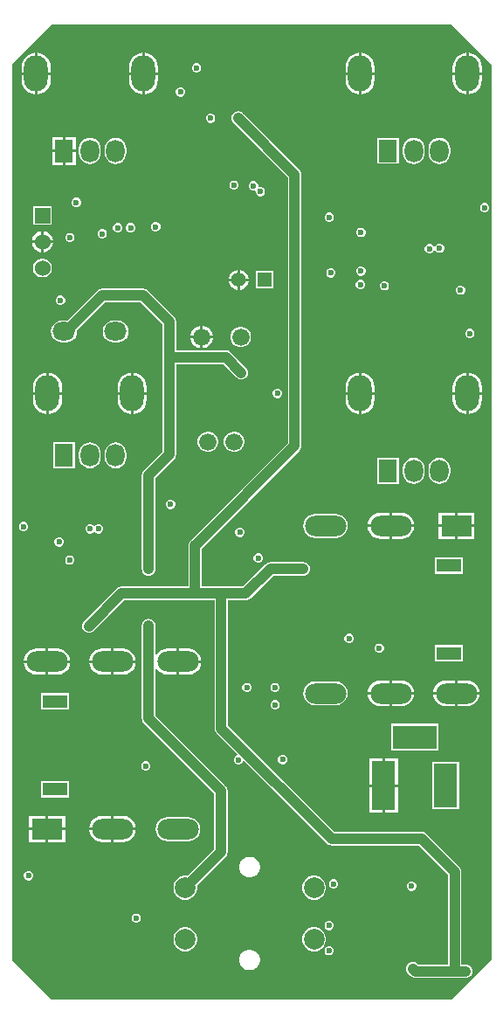
<source format=gbr>
%TF.GenerationSoftware,Altium Limited,Altium Designer,23.4.1 (23)*%
G04 Layer_Physical_Order=2*
G04 Layer_Color=36540*
%FSLAX26Y26*%
%MOIN*%
%TF.SameCoordinates,0B69EAEB-4B52-49E6-8846-B3B3CADC8916*%
%TF.FilePolarity,Positive*%
%TF.FileFunction,Copper,L2,Inr,Signal*%
%TF.Part,Single*%
G01*
G75*
%TA.AperFunction,Conductor*%
%ADD23C,0.039370*%
%TA.AperFunction,ComponentPad*%
%ADD26C,0.066000*%
%ADD27R,0.094488X0.051181*%
%ADD28O,0.157480X0.078740*%
%ADD29R,0.118110X0.078740*%
%ADD30O,0.086614X0.070866*%
%ADD31O,0.090551X0.137795*%
%ADD32O,0.070866X0.086614*%
%ADD33R,0.070866X0.086614*%
%ADD34C,0.078740*%
%ADD35R,0.055118X0.055118*%
%ADD36C,0.055118*%
%ADD37R,0.090551X0.188976*%
%ADD38R,0.169291X0.090551*%
%ADD39R,0.090551X0.169291*%
%ADD40C,0.060000*%
%ADD41R,0.060000X0.060000*%
%TA.AperFunction,ViaPad*%
%ADD42C,0.023622*%
G36*
X1800988Y3578520D02*
Y161637D01*
X1649386Y10035D01*
X122267Y10035D01*
X-29335Y161637D01*
Y3578520D01*
X122267Y3730122D01*
X1649386Y3730122D01*
X1800988Y3578520D01*
D02*
G37*
%LPC*%
G36*
X1713674Y3622035D02*
Y3548319D01*
X1764427D01*
Y3566941D01*
X1762527Y3581370D01*
X1756957Y3594817D01*
X1748097Y3606364D01*
X1736551Y3615224D01*
X1723104Y3620794D01*
X1713674Y3622035D01*
D02*
G37*
G36*
X477454Y3622035D02*
Y3548319D01*
X528206D01*
Y3566941D01*
X526307Y3581370D01*
X520737Y3594817D01*
X511877Y3606364D01*
X500330Y3615224D01*
X486884Y3620794D01*
X477454Y3622035D01*
D02*
G37*
G36*
X467454Y3622035D02*
X458024Y3620794D01*
X444577Y3615224D01*
X433031Y3606364D01*
X424171Y3594817D01*
X418601Y3581370D01*
X416701Y3566941D01*
Y3548319D01*
X467454D01*
Y3622035D01*
D02*
G37*
G36*
X1703674D02*
X1694244Y3620794D01*
X1680798Y3615224D01*
X1669251Y3606364D01*
X1660391Y3594817D01*
X1654821Y3581370D01*
X1652922Y3566941D01*
Y3548319D01*
X1703674D01*
Y3622035D01*
D02*
G37*
G36*
X1304225D02*
Y3548319D01*
X1354978D01*
Y3566941D01*
X1353078Y3581370D01*
X1347509Y3594817D01*
X1338648Y3606364D01*
X1327102Y3615224D01*
X1313655Y3620794D01*
X1304225Y3622035D01*
D02*
G37*
G36*
X1294225D02*
X1284796Y3620794D01*
X1271349Y3615224D01*
X1259802Y3606364D01*
X1250942Y3594817D01*
X1245372Y3581370D01*
X1243473Y3566941D01*
Y3548319D01*
X1294225D01*
Y3622035D01*
D02*
G37*
G36*
X68005D02*
Y3548319D01*
X118757D01*
Y3566941D01*
X116858Y3581370D01*
X111288Y3594817D01*
X102428Y3606364D01*
X90881Y3615224D01*
X77435Y3620794D01*
X68005Y3622035D01*
D02*
G37*
G36*
X58005D02*
X48575Y3620794D01*
X35129Y3615224D01*
X23582Y3606364D01*
X14722Y3594817D01*
X9152Y3581370D01*
X7252Y3566941D01*
Y3548319D01*
X58005D01*
Y3622035D01*
D02*
G37*
G36*
X678721Y3582677D02*
X671673D01*
X665161Y3579980D01*
X660178Y3574996D01*
X657480Y3568485D01*
Y3561437D01*
X660178Y3554925D01*
X665161Y3549941D01*
X671673Y3547244D01*
X678721D01*
X685232Y3549941D01*
X690216Y3554925D01*
X692913Y3561437D01*
Y3568485D01*
X690216Y3574996D01*
X685232Y3579980D01*
X678721Y3582677D01*
D02*
G37*
G36*
X467454Y3538319D02*
X416701D01*
Y3519697D01*
X418601Y3505267D01*
X424171Y3491820D01*
X433031Y3480274D01*
X444577Y3471414D01*
X458024Y3465844D01*
X467454Y3464602D01*
Y3538319D01*
D02*
G37*
G36*
X1764427D02*
X1713674D01*
Y3464602D01*
X1723104Y3465844D01*
X1736551Y3471414D01*
X1748097Y3480274D01*
X1756957Y3491820D01*
X1762527Y3505267D01*
X1764427Y3519697D01*
Y3538319D01*
D02*
G37*
G36*
X1354978Y3538319D02*
X1304225D01*
Y3464602D01*
X1313655Y3465844D01*
X1327102Y3471414D01*
X1338648Y3480274D01*
X1347509Y3491820D01*
X1353078Y3505267D01*
X1354978Y3519697D01*
Y3538319D01*
D02*
G37*
G36*
X1294225D02*
X1243473D01*
Y3519697D01*
X1245372Y3505267D01*
X1250942Y3491820D01*
X1259802Y3480274D01*
X1271349Y3471414D01*
X1284796Y3465844D01*
X1294225Y3464602D01*
Y3538319D01*
D02*
G37*
G36*
X118757D02*
X68005D01*
Y3464602D01*
X77435Y3465844D01*
X90881Y3471414D01*
X102428Y3480274D01*
X111288Y3491820D01*
X116858Y3505267D01*
X118757Y3519697D01*
Y3538319D01*
D02*
G37*
G36*
X58005D02*
X7252D01*
Y3519697D01*
X9152Y3505267D01*
X14722Y3491820D01*
X23582Y3480274D01*
X35129Y3471414D01*
X48575Y3465844D01*
X58005Y3464602D01*
Y3538319D01*
D02*
G37*
G36*
X1703674Y3538319D02*
X1652922D01*
Y3519697D01*
X1654821Y3505267D01*
X1660391Y3491820D01*
X1669251Y3480274D01*
X1680798Y3471414D01*
X1694244Y3465844D01*
X1703674Y3464602D01*
Y3538319D01*
D02*
G37*
G36*
X528206D02*
X477454D01*
Y3464602D01*
X486884Y3465844D01*
X500330Y3471414D01*
X511877Y3480274D01*
X520737Y3491820D01*
X526307Y3505267D01*
X528206Y3519697D01*
Y3538319D01*
D02*
G37*
G36*
X617697Y3490157D02*
X610649D01*
X604138Y3487460D01*
X599154Y3482477D01*
X596457Y3475965D01*
Y3468917D01*
X599154Y3462405D01*
X604138Y3457422D01*
X610649Y3454724D01*
X617697D01*
X624209Y3457422D01*
X629192Y3462405D01*
X631890Y3468917D01*
Y3475965D01*
X629192Y3482477D01*
X624209Y3487460D01*
X617697Y3490157D01*
D02*
G37*
G36*
X731870Y3390256D02*
X724822D01*
X718311Y3387559D01*
X713327Y3382575D01*
X710630Y3376063D01*
Y3369015D01*
X713327Y3362504D01*
X718311Y3357520D01*
X724822Y3354823D01*
X731870D01*
X738382Y3357520D01*
X743366Y3362504D01*
X746063Y3369015D01*
Y3376063D01*
X743366Y3382575D01*
X738382Y3387559D01*
X731870Y3390256D01*
D02*
G37*
G36*
X214737Y3301350D02*
X174304D01*
Y3253043D01*
X214737D01*
Y3301350D01*
D02*
G37*
G36*
X164304D02*
X123871D01*
Y3253043D01*
X164304D01*
Y3301350D01*
D02*
G37*
G36*
X1446863Y3297256D02*
X1364186D01*
Y3198831D01*
X1446863D01*
Y3297256D01*
D02*
G37*
G36*
X1602375Y3297612D02*
X1591584Y3296192D01*
X1581527Y3292026D01*
X1572892Y3285400D01*
X1566266Y3276765D01*
X1562101Y3266709D01*
X1560680Y3255917D01*
Y3240169D01*
X1562101Y3229378D01*
X1566266Y3219321D01*
X1572892Y3210686D01*
X1581527Y3204060D01*
X1591584Y3199894D01*
X1602375Y3198474D01*
X1613167Y3199894D01*
X1623223Y3204060D01*
X1631858Y3210686D01*
X1638484Y3219321D01*
X1642650Y3229378D01*
X1644070Y3240169D01*
Y3255917D01*
X1642650Y3266709D01*
X1638484Y3276765D01*
X1631858Y3285400D01*
X1623223Y3292026D01*
X1613167Y3296192D01*
X1602375Y3297612D01*
D02*
G37*
G36*
X1503950D02*
X1493158Y3296192D01*
X1483102Y3292026D01*
X1474467Y3285400D01*
X1467841Y3276765D01*
X1463675Y3266709D01*
X1462255Y3255917D01*
Y3240169D01*
X1463675Y3229378D01*
X1467841Y3219321D01*
X1474467Y3210686D01*
X1483102Y3204060D01*
X1493158Y3199894D01*
X1503950Y3198474D01*
X1514741Y3199894D01*
X1524797Y3204060D01*
X1533433Y3210686D01*
X1540059Y3219321D01*
X1544224Y3229378D01*
X1545645Y3240169D01*
Y3255917D01*
X1544224Y3266709D01*
X1540059Y3276765D01*
X1533433Y3285400D01*
X1524797Y3292026D01*
X1514741Y3296192D01*
X1503950Y3297612D01*
D02*
G37*
G36*
X366155D02*
X355363Y3296192D01*
X345307Y3292026D01*
X336672Y3285400D01*
X330046Y3276765D01*
X325880Y3266709D01*
X324459Y3255917D01*
Y3240169D01*
X325880Y3229378D01*
X330046Y3219321D01*
X336672Y3210686D01*
X345307Y3204060D01*
X355363Y3199894D01*
X366155Y3198474D01*
X376946Y3199894D01*
X387002Y3204060D01*
X395638Y3210686D01*
X402264Y3219321D01*
X406429Y3229378D01*
X407850Y3240169D01*
Y3255917D01*
X406429Y3266709D01*
X402264Y3276765D01*
X395638Y3285400D01*
X387002Y3292026D01*
X376946Y3296192D01*
X366155Y3297612D01*
D02*
G37*
G36*
X267729D02*
X256938Y3296192D01*
X246882Y3292026D01*
X238246Y3285400D01*
X231620Y3276765D01*
X227455Y3266709D01*
X226034Y3255917D01*
Y3240169D01*
X227455Y3229378D01*
X231620Y3219321D01*
X238246Y3210686D01*
X246882Y3204060D01*
X256938Y3199894D01*
X267729Y3198474D01*
X278521Y3199894D01*
X288577Y3204060D01*
X297212Y3210686D01*
X303839Y3219321D01*
X308004Y3229378D01*
X309425Y3240169D01*
Y3255917D01*
X308004Y3266709D01*
X303839Y3276765D01*
X297212Y3285400D01*
X288577Y3292026D01*
X278521Y3296192D01*
X267729Y3297612D01*
D02*
G37*
G36*
X214737Y3243043D02*
X174304D01*
Y3194736D01*
X214737D01*
Y3243043D01*
D02*
G37*
G36*
X164304D02*
X123871D01*
Y3194736D01*
X164304D01*
Y3243043D01*
D02*
G37*
G36*
X821437Y3134843D02*
X814389D01*
X807878Y3132145D01*
X802894Y3127162D01*
X800197Y3120650D01*
Y3113602D01*
X802894Y3107090D01*
X807878Y3102107D01*
X814389Y3099410D01*
X821437D01*
X827949Y3102107D01*
X832933Y3107090D01*
X835630Y3113602D01*
Y3120650D01*
X832933Y3127162D01*
X827949Y3132145D01*
X821437Y3134843D01*
D02*
G37*
G36*
X896240Y3132874D02*
X889192D01*
X882681Y3130177D01*
X877697Y3125193D01*
X875000Y3118682D01*
Y3111633D01*
X877697Y3105122D01*
X882681Y3100138D01*
X889192Y3097441D01*
X895971D01*
X896395Y3097313D01*
X900591Y3093831D01*
Y3088996D01*
X903288Y3082484D01*
X908271Y3077500D01*
X914783Y3074803D01*
X921831D01*
X928343Y3077500D01*
X933326Y3082484D01*
X936024Y3088996D01*
Y3096044D01*
X933326Y3102555D01*
X928343Y3107539D01*
X921831Y3110236D01*
X915052D01*
X914629Y3110364D01*
X910433Y3113846D01*
Y3118682D01*
X907736Y3125193D01*
X902752Y3130177D01*
X896240Y3132874D01*
D02*
G37*
G36*
X220059Y3068898D02*
X213011D01*
X206500Y3066200D01*
X201516Y3061217D01*
X198819Y3054705D01*
Y3047657D01*
X201516Y3041146D01*
X206500Y3036162D01*
X213011Y3033465D01*
X220059D01*
X226571Y3036162D01*
X231555Y3041146D01*
X234252Y3047657D01*
Y3054705D01*
X231555Y3061217D01*
X226571Y3066200D01*
X220059Y3068898D01*
D02*
G37*
G36*
X1778130Y3049213D02*
X1771082D01*
X1764571Y3046515D01*
X1759587Y3041532D01*
X1756890Y3035020D01*
Y3027972D01*
X1759587Y3021461D01*
X1764571Y3016477D01*
X1771082Y3013780D01*
X1778130D01*
X1784642Y3016477D01*
X1789626Y3021461D01*
X1792323Y3027972D01*
Y3035020D01*
X1789626Y3041532D01*
X1784642Y3046515D01*
X1778130Y3049213D01*
D02*
G37*
G36*
X1185611Y3012795D02*
X1178563D01*
X1172051Y3010098D01*
X1167067Y3005114D01*
X1164370Y2998603D01*
Y2991555D01*
X1167067Y2985043D01*
X1172051Y2980059D01*
X1178563Y2977362D01*
X1185611D01*
X1192122Y2980059D01*
X1197106Y2985043D01*
X1199803Y2991555D01*
Y2998603D01*
X1197106Y3005114D01*
X1192122Y3010098D01*
X1185611Y3012795D01*
D02*
G37*
G36*
X122520Y3037480D02*
X50709D01*
Y2965669D01*
X122520D01*
Y3037480D01*
D02*
G37*
G36*
X523209Y2976378D02*
X516161D01*
X509649Y2973681D01*
X504666Y2968697D01*
X501969Y2962185D01*
Y2955137D01*
X504666Y2948626D01*
X509649Y2943642D01*
X516161Y2940945D01*
X523209D01*
X529721Y2943642D01*
X534704Y2948626D01*
X537402Y2955137D01*
Y2962185D01*
X534704Y2968697D01*
X529721Y2973681D01*
X523209Y2976378D01*
D02*
G37*
G36*
X426752Y2972965D02*
X419704D01*
X413193Y2970267D01*
X408209Y2965284D01*
X405512Y2958772D01*
Y2951724D01*
X408209Y2945212D01*
X413193Y2940229D01*
X419704Y2937532D01*
X426752D01*
X433264Y2940229D01*
X438248Y2945212D01*
X440945Y2951724D01*
Y2958772D01*
X438248Y2965284D01*
X433264Y2970267D01*
X426752Y2972965D01*
D02*
G37*
G36*
X377182D02*
X370134D01*
X363622Y2970267D01*
X358639Y2965284D01*
X355942Y2958772D01*
Y2951724D01*
X358639Y2945212D01*
X363622Y2940229D01*
X370134Y2937532D01*
X377182D01*
X383694Y2940229D01*
X388677Y2945212D01*
X391375Y2951724D01*
Y2958772D01*
X388677Y2965284D01*
X383694Y2970267D01*
X377182Y2972965D01*
D02*
G37*
G36*
X1305689Y2954724D02*
X1298641D01*
X1292130Y2952027D01*
X1287146Y2947044D01*
X1284449Y2940532D01*
Y2933484D01*
X1287146Y2926972D01*
X1292130Y2921989D01*
X1298641Y2919291D01*
X1305689D01*
X1312201Y2921989D01*
X1317185Y2926972D01*
X1319882Y2933484D01*
Y2940532D01*
X1317185Y2947044D01*
X1312201Y2952027D01*
X1305689Y2954724D01*
D02*
G37*
G36*
X318485Y2949692D02*
X311437D01*
X304925Y2946994D01*
X299941Y2942011D01*
X297244Y2935499D01*
Y2928451D01*
X299941Y2921939D01*
X304925Y2916956D01*
X311437Y2914259D01*
X318485D01*
X324996Y2916956D01*
X329980Y2921939D01*
X332677Y2928451D01*
Y2935499D01*
X329980Y2942011D01*
X324996Y2946994D01*
X318485Y2949692D01*
D02*
G37*
G36*
X91880Y2941575D02*
X91614D01*
Y2906575D01*
X126614D01*
Y2906841D01*
X123888Y2917014D01*
X118622Y2926135D01*
X111175Y2933583D01*
X102054Y2938849D01*
X91880Y2941575D01*
D02*
G37*
G36*
X81614D02*
X81348D01*
X71175Y2938849D01*
X62054Y2933583D01*
X54606Y2926135D01*
X49340Y2917014D01*
X46614Y2906841D01*
Y2906575D01*
X81614D01*
Y2941575D01*
D02*
G37*
G36*
X195453Y2935039D02*
X188405D01*
X181893Y2932342D01*
X176910Y2927358D01*
X174213Y2920847D01*
Y2913799D01*
X176910Y2907287D01*
X181893Y2902303D01*
X188405Y2899606D01*
X195453D01*
X201965Y2902303D01*
X206948Y2907287D01*
X209646Y2913799D01*
Y2920847D01*
X206948Y2927358D01*
X201965Y2932342D01*
X195453Y2935039D01*
D02*
G37*
G36*
X1605886Y2894685D02*
X1598838D01*
X1592327Y2891988D01*
X1587343Y2887004D01*
X1585468Y2882477D01*
X1580056D01*
X1578996Y2885036D01*
X1574012Y2890019D01*
X1567500Y2892716D01*
X1560452D01*
X1553941Y2890019D01*
X1548957Y2885036D01*
X1546260Y2878524D01*
Y2871476D01*
X1548957Y2864964D01*
X1553941Y2859981D01*
X1560452Y2857284D01*
X1567500D01*
X1574012Y2859981D01*
X1578996Y2864964D01*
X1580871Y2869492D01*
X1586283D01*
X1587343Y2866933D01*
X1592327Y2861949D01*
X1598838Y2859252D01*
X1605886D01*
X1612398Y2861949D01*
X1617381Y2866933D01*
X1620079Y2873445D01*
Y2880492D01*
X1617381Y2887004D01*
X1612398Y2891988D01*
X1605886Y2894685D01*
D02*
G37*
G36*
X126614Y2896575D02*
X91614D01*
Y2861575D01*
X91880D01*
X102054Y2864301D01*
X111175Y2869567D01*
X118622Y2877014D01*
X123888Y2886135D01*
X126614Y2896309D01*
Y2896575D01*
D02*
G37*
G36*
X81614D02*
X46614D01*
Y2896309D01*
X49340Y2886135D01*
X54606Y2877014D01*
X62054Y2869567D01*
X71175Y2864301D01*
X81348Y2861575D01*
X81614D01*
Y2896575D01*
D02*
G37*
G36*
X1306181Y2806947D02*
X1299133D01*
X1292622Y2804250D01*
X1287638Y2799266D01*
X1284941Y2792754D01*
Y2785706D01*
X1287638Y2779195D01*
X1292622Y2774211D01*
X1299133Y2771514D01*
X1306181D01*
X1312693Y2774211D01*
X1317677Y2779195D01*
X1320374Y2785706D01*
Y2792754D01*
X1317677Y2799266D01*
X1312693Y2804250D01*
X1306181Y2806947D01*
D02*
G37*
G36*
X91341Y2837480D02*
X81887D01*
X72755Y2835033D01*
X64568Y2830306D01*
X57883Y2823621D01*
X53156Y2815434D01*
X50709Y2806302D01*
Y2796848D01*
X53156Y2787716D01*
X57883Y2779528D01*
X64568Y2772843D01*
X72755Y2768116D01*
X81887Y2765669D01*
X91341D01*
X100473Y2768116D01*
X108661Y2772843D01*
X115346Y2779528D01*
X120073Y2787716D01*
X122520Y2796848D01*
Y2806302D01*
X120073Y2815434D01*
X115346Y2823621D01*
X108661Y2830306D01*
X100473Y2835033D01*
X91341Y2837480D01*
D02*
G37*
G36*
X1191516Y2800197D02*
X1184468D01*
X1177957Y2797500D01*
X1172973Y2792516D01*
X1170276Y2786004D01*
Y2778956D01*
X1172973Y2772445D01*
X1177957Y2767461D01*
X1184468Y2764764D01*
X1191516D01*
X1198028Y2767461D01*
X1203011Y2772445D01*
X1205709Y2778956D01*
Y2786004D01*
X1203011Y2792516D01*
X1198028Y2797500D01*
X1191516Y2800197D01*
D02*
G37*
G36*
X840827Y2793450D02*
Y2760905D01*
X873371D01*
X870826Y2770403D01*
X865881Y2778967D01*
X858889Y2785960D01*
X850324Y2790905D01*
X840827Y2793450D01*
D02*
G37*
G36*
X830827D02*
X821330Y2790905D01*
X812765Y2785960D01*
X805772Y2778967D01*
X800827Y2770403D01*
X798283Y2760905D01*
X830827D01*
Y2793450D01*
D02*
G37*
G36*
X969291Y2789370D02*
X902362D01*
Y2722441D01*
X969291D01*
Y2789370D01*
D02*
G37*
G36*
X1303721Y2755905D02*
X1296673D01*
X1290161Y2753208D01*
X1285178Y2748225D01*
X1282480Y2741713D01*
Y2734665D01*
X1285178Y2728153D01*
X1290161Y2723170D01*
X1296673Y2720472D01*
X1303721D01*
X1310233Y2723170D01*
X1315216Y2728153D01*
X1317913Y2734665D01*
Y2741713D01*
X1315216Y2748225D01*
X1310233Y2753208D01*
X1303721Y2755905D01*
D02*
G37*
G36*
X873371Y2750905D02*
X840827D01*
Y2718361D01*
X850324Y2720906D01*
X858889Y2725851D01*
X865881Y2732844D01*
X870826Y2741408D01*
X873371Y2750905D01*
D02*
G37*
G36*
X830827D02*
X798283D01*
X800827Y2741408D01*
X805772Y2732844D01*
X812765Y2725851D01*
X821330Y2720906D01*
X830827Y2718361D01*
Y2750905D01*
D02*
G37*
G36*
X1395256Y2750984D02*
X1388208D01*
X1381697Y2748287D01*
X1376713Y2743303D01*
X1374016Y2736792D01*
Y2729744D01*
X1376713Y2723232D01*
X1381697Y2718248D01*
X1388208Y2715551D01*
X1395256D01*
X1401768Y2718248D01*
X1406752Y2723232D01*
X1409449Y2729744D01*
Y2736792D01*
X1406752Y2743303D01*
X1401768Y2748287D01*
X1395256Y2750984D01*
D02*
G37*
G36*
X1686595Y2734252D02*
X1679547D01*
X1673035Y2731555D01*
X1668052Y2726571D01*
X1665354Y2720059D01*
Y2713011D01*
X1668052Y2706500D01*
X1673035Y2701516D01*
X1679547Y2698819D01*
X1686595D01*
X1693107Y2701516D01*
X1698090Y2706500D01*
X1700787Y2713011D01*
Y2720059D01*
X1698090Y2726571D01*
X1693107Y2731555D01*
X1686595Y2734252D01*
D02*
G37*
G36*
X159033Y2695863D02*
X151985D01*
X145474Y2693166D01*
X140490Y2688183D01*
X137793Y2681671D01*
Y2674623D01*
X140490Y2668111D01*
X145474Y2663128D01*
X151985Y2660430D01*
X159033D01*
X165545Y2663128D01*
X170529Y2668111D01*
X173226Y2674623D01*
Y2681671D01*
X170529Y2688183D01*
X165545Y2693166D01*
X159033Y2695863D01*
D02*
G37*
G36*
X699362Y2581583D02*
X698701D01*
Y2543583D01*
X736701D01*
Y2544244D01*
X733770Y2555180D01*
X728109Y2564985D01*
X720103Y2572991D01*
X710298Y2578652D01*
X699362Y2581583D01*
D02*
G37*
G36*
X688701D02*
X688040D01*
X677103Y2578652D01*
X667298Y2572991D01*
X659292Y2564985D01*
X653631Y2555180D01*
X650701Y2544244D01*
Y2543583D01*
X688701D01*
Y2581583D01*
D02*
G37*
G36*
X1722028Y2568898D02*
X1714980D01*
X1708468Y2566200D01*
X1703485Y2561217D01*
X1700787Y2554705D01*
Y2547657D01*
X1703485Y2541146D01*
X1708468Y2536162D01*
X1714980Y2533465D01*
X1722028D01*
X1728540Y2536162D01*
X1733523Y2541146D01*
X1736220Y2547657D01*
Y2554705D01*
X1733523Y2561217D01*
X1728540Y2566200D01*
X1722028Y2568898D01*
D02*
G37*
G36*
X374016Y2600750D02*
X358268D01*
X347476Y2599330D01*
X337420Y2595164D01*
X328785Y2588538D01*
X322159Y2579903D01*
X317993Y2569847D01*
X316572Y2559055D01*
X317993Y2548264D01*
X322159Y2538207D01*
X328785Y2529572D01*
X337420Y2522946D01*
X347476Y2518781D01*
X358268Y2517360D01*
X374016D01*
X384807Y2518781D01*
X394863Y2522946D01*
X403499Y2529572D01*
X410125Y2538207D01*
X414290Y2548264D01*
X415711Y2559055D01*
X414290Y2569847D01*
X410125Y2579903D01*
X403499Y2588538D01*
X394863Y2595164D01*
X384807Y2599330D01*
X374016Y2600750D01*
D02*
G37*
G36*
X848823Y2577488D02*
X838579D01*
X828684Y2574837D01*
X819812Y2569715D01*
X812569Y2562471D01*
X807447Y2553600D01*
X804795Y2543705D01*
Y2533461D01*
X807447Y2523566D01*
X812569Y2514694D01*
X819812Y2507451D01*
X828684Y2502329D01*
X838579Y2499677D01*
X848823D01*
X858718Y2502329D01*
X867589Y2507451D01*
X874833Y2514694D01*
X879955Y2523566D01*
X882606Y2533461D01*
Y2543705D01*
X879955Y2553600D01*
X874833Y2562471D01*
X867589Y2569715D01*
X858718Y2574837D01*
X848823Y2577488D01*
D02*
G37*
G36*
X736701Y2533583D02*
X698701D01*
Y2495583D01*
X699362D01*
X710298Y2498513D01*
X720103Y2504174D01*
X728109Y2512180D01*
X733770Y2521985D01*
X736701Y2532922D01*
Y2533583D01*
D02*
G37*
G36*
X688701D02*
X650701D01*
Y2532922D01*
X653631Y2521985D01*
X659292Y2512180D01*
X667298Y2504174D01*
X677103Y2498513D01*
X688040Y2495583D01*
X688701D01*
Y2533583D01*
D02*
G37*
G36*
X472441Y2722662D02*
X314961D01*
X308280Y2721782D01*
X302055Y2719204D01*
X296709Y2715102D01*
X181754Y2600146D01*
X177165Y2600750D01*
X161417D01*
X150626Y2599330D01*
X140570Y2595164D01*
X131934Y2588538D01*
X125308Y2579903D01*
X121143Y2569847D01*
X119722Y2559055D01*
X121143Y2548264D01*
X125308Y2538207D01*
X131934Y2529572D01*
X140570Y2522946D01*
X150626Y2518781D01*
X161417Y2517360D01*
X177165D01*
X187957Y2518781D01*
X198013Y2522946D01*
X206648Y2529572D01*
X213274Y2538207D01*
X217440Y2548264D01*
X218861Y2559055D01*
X218256Y2563644D01*
X325652Y2671039D01*
X461750D01*
X545055Y2587734D01*
Y2460630D01*
Y2100177D01*
X473875Y2028997D01*
X469773Y2023651D01*
X467194Y2017426D01*
X466315Y2010746D01*
Y1653543D01*
X467194Y1646863D01*
X469773Y1640638D01*
X473875Y1635292D01*
X479220Y1631190D01*
X485445Y1628611D01*
X492126Y1627732D01*
X498807Y1628611D01*
X505032Y1631190D01*
X510377Y1635292D01*
X514479Y1640638D01*
X517058Y1646863D01*
X517937Y1653543D01*
Y2000054D01*
X589117Y2071234D01*
X593219Y2076580D01*
X595798Y2082805D01*
X596677Y2089486D01*
Y2434819D01*
X776710D01*
X828205Y2383323D01*
X833551Y2379222D01*
X839776Y2376643D01*
X846457Y2375764D01*
X853137Y2376643D01*
X859362Y2379222D01*
X864708Y2383323D01*
X868810Y2388669D01*
X871389Y2394894D01*
X872268Y2401575D01*
X871389Y2408255D01*
X868810Y2414480D01*
X864708Y2419826D01*
X805653Y2478881D01*
X800307Y2482983D01*
X794082Y2485562D01*
X787402Y2486441D01*
X596677D01*
Y2598425D01*
X595798Y2605106D01*
X593219Y2611331D01*
X589117Y2616677D01*
X490692Y2715102D01*
X485347Y2719204D01*
X479122Y2721782D01*
X472441Y2722662D01*
D02*
G37*
G36*
X434134Y2401562D02*
Y2327847D01*
X484886D01*
Y2346468D01*
X482987Y2360898D01*
X477417Y2374345D01*
X468557Y2385891D01*
X457010Y2394751D01*
X443564Y2400321D01*
X434134Y2401562D01*
D02*
G37*
G36*
X1713674D02*
Y2327847D01*
X1764427D01*
Y2346468D01*
X1762527Y2360898D01*
X1756957Y2374345D01*
X1748097Y2385891D01*
X1736551Y2394751D01*
X1723104Y2400321D01*
X1713674Y2401562D01*
D02*
G37*
G36*
X424134D02*
X414704Y2400321D01*
X401257Y2394751D01*
X389711Y2385891D01*
X380851Y2374345D01*
X375281Y2360898D01*
X373381Y2346468D01*
Y2327847D01*
X424134D01*
Y2401562D01*
D02*
G37*
G36*
X1703674D02*
X1694244Y2400321D01*
X1680798Y2394751D01*
X1669251Y2385891D01*
X1660391Y2374345D01*
X1654821Y2360898D01*
X1652922Y2346468D01*
Y2327847D01*
X1703674D01*
Y2401562D01*
D02*
G37*
G36*
X1304225D02*
Y2327846D01*
X1354978D01*
Y2346468D01*
X1353078Y2360898D01*
X1347509Y2374345D01*
X1338648Y2385891D01*
X1327102Y2394751D01*
X1313655Y2400321D01*
X1304225Y2401562D01*
D02*
G37*
G36*
X1294225D02*
X1284796Y2400321D01*
X1271349Y2394751D01*
X1259802Y2385891D01*
X1250942Y2374345D01*
X1245372Y2360898D01*
X1243473Y2346468D01*
Y2327846D01*
X1294225D01*
Y2401562D01*
D02*
G37*
G36*
X111299D02*
Y2327846D01*
X162052D01*
Y2346468D01*
X160152Y2360898D01*
X154582Y2374345D01*
X145722Y2385891D01*
X134175Y2394751D01*
X120729Y2400321D01*
X111299Y2401562D01*
D02*
G37*
G36*
X101299D02*
X91869Y2400321D01*
X78423Y2394751D01*
X66876Y2385891D01*
X58016Y2374345D01*
X52446Y2360898D01*
X50547Y2346468D01*
Y2327846D01*
X101299D01*
Y2401562D01*
D02*
G37*
G36*
X987776Y2340551D02*
X980728D01*
X974216Y2337854D01*
X969233Y2332870D01*
X966535Y2326359D01*
Y2319311D01*
X969233Y2312799D01*
X974216Y2307815D01*
X980728Y2305118D01*
X987776D01*
X994288Y2307815D01*
X999271Y2312799D01*
X1001968Y2319311D01*
Y2326359D01*
X999271Y2332870D01*
X994288Y2337854D01*
X987776Y2340551D01*
D02*
G37*
G36*
X1764427Y2317847D02*
X1713674D01*
Y2244130D01*
X1723104Y2245371D01*
X1736551Y2250941D01*
X1748097Y2259801D01*
X1756957Y2271348D01*
X1762527Y2284794D01*
X1764427Y2299224D01*
Y2317847D01*
D02*
G37*
G36*
X484886D02*
X434134D01*
Y2244130D01*
X443564Y2245371D01*
X457010Y2250941D01*
X468557Y2259801D01*
X477417Y2271348D01*
X482987Y2284794D01*
X484886Y2299224D01*
Y2317847D01*
D02*
G37*
G36*
X1354978Y2317846D02*
X1304225D01*
Y2244130D01*
X1313655Y2245371D01*
X1327102Y2250941D01*
X1338648Y2259801D01*
X1347509Y2271348D01*
X1353078Y2284794D01*
X1354978Y2299224D01*
Y2317846D01*
D02*
G37*
G36*
X1294225D02*
X1243473D01*
Y2299224D01*
X1245372Y2284794D01*
X1250942Y2271348D01*
X1259802Y2259801D01*
X1271349Y2250941D01*
X1284796Y2245371D01*
X1294225Y2244130D01*
Y2317846D01*
D02*
G37*
G36*
X162052D02*
X111299D01*
Y2244130D01*
X120729Y2245371D01*
X134175Y2250941D01*
X145722Y2259801D01*
X154582Y2271348D01*
X160152Y2284794D01*
X162052Y2299224D01*
Y2317846D01*
D02*
G37*
G36*
X101299D02*
X50547D01*
Y2299224D01*
X52446Y2284794D01*
X58016Y2271348D01*
X66876Y2259801D01*
X78423Y2250941D01*
X91869Y2245371D01*
X101299Y2244130D01*
Y2317846D01*
D02*
G37*
G36*
X1703674Y2317847D02*
X1652922D01*
Y2299224D01*
X1654821Y2284794D01*
X1660391Y2271348D01*
X1669251Y2259801D01*
X1680798Y2250941D01*
X1694244Y2245371D01*
X1703674Y2244130D01*
Y2317847D01*
D02*
G37*
G36*
X424134D02*
X373381D01*
Y2299224D01*
X375281Y2284794D01*
X380851Y2271348D01*
X389711Y2259801D01*
X401257Y2250941D01*
X414704Y2245371D01*
X424134Y2244130D01*
Y2317847D01*
D02*
G37*
G36*
X823823Y2177488D02*
X813579D01*
X803684Y2174837D01*
X794812Y2169715D01*
X787569Y2162471D01*
X782447Y2153600D01*
X779795Y2143705D01*
Y2133461D01*
X782447Y2123566D01*
X787569Y2114694D01*
X794812Y2107451D01*
X803684Y2102329D01*
X813579Y2099677D01*
X823823D01*
X833718Y2102329D01*
X842589Y2107451D01*
X849833Y2114694D01*
X854955Y2123566D01*
X857606Y2133461D01*
Y2143705D01*
X854955Y2153600D01*
X849833Y2162471D01*
X842589Y2169715D01*
X833718Y2174837D01*
X823823Y2177488D01*
D02*
G37*
G36*
X723823D02*
X713579D01*
X703684Y2174837D01*
X694812Y2169715D01*
X687569Y2162471D01*
X682447Y2153600D01*
X679795Y2143705D01*
Y2133461D01*
X682447Y2123566D01*
X687569Y2114694D01*
X694812Y2107451D01*
X703684Y2102329D01*
X713579Y2099677D01*
X723823D01*
X733718Y2102329D01*
X742589Y2107451D01*
X749833Y2114694D01*
X754955Y2123566D01*
X757606Y2133461D01*
Y2143705D01*
X754955Y2153600D01*
X749833Y2162471D01*
X742589Y2169715D01*
X733718Y2174837D01*
X723823Y2177488D01*
D02*
G37*
G36*
X210643Y2135827D02*
X127966D01*
Y2037401D01*
X210643D01*
Y2135827D01*
D02*
G37*
G36*
X366155Y2136183D02*
X355363Y2134763D01*
X345307Y2130597D01*
X336672Y2123971D01*
X330046Y2115336D01*
X325880Y2105280D01*
X324459Y2094488D01*
Y2078740D01*
X325880Y2067948D01*
X330046Y2057892D01*
X336672Y2049257D01*
X345307Y2042631D01*
X355363Y2038466D01*
X366155Y2037045D01*
X376946Y2038466D01*
X387002Y2042631D01*
X395638Y2049257D01*
X402264Y2057892D01*
X406429Y2067948D01*
X407850Y2078740D01*
Y2094488D01*
X406429Y2105280D01*
X402264Y2115336D01*
X395638Y2123971D01*
X387002Y2130597D01*
X376946Y2134763D01*
X366155Y2136183D01*
D02*
G37*
G36*
X267716D02*
X256925Y2134763D01*
X246869Y2130597D01*
X238233Y2123971D01*
X231607Y2115336D01*
X227442Y2105280D01*
X226021Y2094488D01*
Y2078740D01*
X227442Y2067948D01*
X231607Y2057892D01*
X238233Y2049257D01*
X246869Y2042631D01*
X256925Y2038466D01*
X267716Y2037045D01*
X278508Y2038466D01*
X288564Y2042631D01*
X297200Y2049257D01*
X303826Y2057892D01*
X307991Y2067948D01*
X309412Y2078740D01*
Y2094488D01*
X307991Y2105280D01*
X303826Y2115336D01*
X297200Y2123971D01*
X288564Y2130597D01*
X278508Y2134763D01*
X267716Y2136183D01*
D02*
G37*
G36*
X1446863Y2076783D02*
X1364186D01*
Y1978358D01*
X1446863D01*
Y2076783D01*
D02*
G37*
G36*
X1602375Y2077140D02*
X1591584Y2075719D01*
X1581527Y2071554D01*
X1572892Y2064928D01*
X1566266Y2056292D01*
X1562101Y2046236D01*
X1560680Y2035445D01*
Y2019697D01*
X1562101Y2008905D01*
X1566266Y1998849D01*
X1572892Y1990214D01*
X1581527Y1983587D01*
X1591584Y1979422D01*
X1602375Y1978001D01*
X1613167Y1979422D01*
X1623223Y1983587D01*
X1631858Y1990214D01*
X1638484Y1998849D01*
X1642650Y2008905D01*
X1644070Y2019697D01*
Y2035445D01*
X1642650Y2046236D01*
X1638484Y2056292D01*
X1631858Y2064928D01*
X1623223Y2071554D01*
X1613167Y2075719D01*
X1602375Y2077140D01*
D02*
G37*
G36*
X1503950D02*
X1493158Y2075719D01*
X1483102Y2071554D01*
X1474467Y2064928D01*
X1467841Y2056292D01*
X1463675Y2046236D01*
X1462255Y2035445D01*
Y2019697D01*
X1463675Y2008905D01*
X1467841Y1998849D01*
X1474467Y1990214D01*
X1483102Y1983587D01*
X1493158Y1979422D01*
X1503950Y1978001D01*
X1514741Y1979422D01*
X1524797Y1983587D01*
X1533433Y1990214D01*
X1540059Y1998849D01*
X1544224Y2008905D01*
X1545645Y2019697D01*
Y2035445D01*
X1544224Y2046236D01*
X1540059Y2056292D01*
X1533433Y2064928D01*
X1524797Y2071554D01*
X1514741Y2075719D01*
X1503950Y2077140D01*
D02*
G37*
G36*
X579311Y1917323D02*
X572263D01*
X565752Y1914626D01*
X560768Y1909642D01*
X558071Y1903130D01*
Y1896082D01*
X560768Y1889571D01*
X565752Y1884587D01*
X572263Y1881890D01*
X579311D01*
X585823Y1884587D01*
X590807Y1889571D01*
X593504Y1896082D01*
Y1903130D01*
X590807Y1909642D01*
X585823Y1914626D01*
X579311Y1917323D01*
D02*
G37*
G36*
X1736378Y1866890D02*
X1672323D01*
Y1822520D01*
X1736378D01*
Y1866890D01*
D02*
G37*
G36*
X1662323D02*
X1598268D01*
Y1822520D01*
X1662323D01*
Y1866890D01*
D02*
G37*
G36*
X1456693Y1867316D02*
X1422323D01*
Y1822520D01*
X1505831D01*
X1504792Y1830408D01*
X1499818Y1842418D01*
X1491904Y1852731D01*
X1481591Y1860644D01*
X1469581Y1865619D01*
X1456693Y1867316D01*
D02*
G37*
G36*
X1412323D02*
X1377953D01*
X1365065Y1865619D01*
X1353055Y1860644D01*
X1342742Y1852731D01*
X1334828Y1842418D01*
X1329854Y1830408D01*
X1328815Y1822520D01*
X1412323D01*
Y1867316D01*
D02*
G37*
G36*
X303980Y1824078D02*
X296932D01*
X290421Y1821381D01*
X288207Y1819168D01*
X285203Y1816569D01*
X281675Y1819168D01*
X279721Y1821122D01*
X273209Y1823819D01*
X266161D01*
X259649Y1821122D01*
X254666Y1816138D01*
X251969Y1809626D01*
Y1802578D01*
X254666Y1796067D01*
X259649Y1791083D01*
X266161Y1788386D01*
X273209D01*
X279721Y1791083D01*
X281934Y1793296D01*
X284938Y1795895D01*
X288467Y1793296D01*
X290421Y1791342D01*
X296932Y1788645D01*
X303980D01*
X310492Y1791342D01*
X315475Y1796326D01*
X318173Y1802838D01*
Y1809886D01*
X315475Y1816397D01*
X310492Y1821381D01*
X303980Y1824078D01*
D02*
G37*
G36*
X18288Y1832677D02*
X11240D01*
X4728Y1829980D01*
X-256Y1824996D01*
X-2953Y1818485D01*
Y1811437D01*
X-256Y1804925D01*
X4728Y1799941D01*
X11240Y1797244D01*
X18288D01*
X24799Y1799941D01*
X29783Y1804925D01*
X32480Y1811437D01*
Y1818485D01*
X29783Y1824996D01*
X24799Y1829980D01*
X18288Y1832677D01*
D02*
G37*
G36*
X844075Y1810039D02*
X837027D01*
X830516Y1807342D01*
X825532Y1802358D01*
X822835Y1795847D01*
Y1788799D01*
X825532Y1782287D01*
X830516Y1777303D01*
X837027Y1774606D01*
X844075D01*
X850587Y1777303D01*
X855571Y1782287D01*
X858268Y1788799D01*
Y1795847D01*
X855571Y1802358D01*
X850587Y1807342D01*
X844075Y1810039D01*
D02*
G37*
G36*
X1206693Y1863186D02*
X1127953D01*
X1116134Y1861630D01*
X1105120Y1857068D01*
X1095662Y1849811D01*
X1088405Y1840353D01*
X1083843Y1829339D01*
X1082287Y1817520D01*
X1083843Y1805700D01*
X1088405Y1794687D01*
X1095662Y1785229D01*
X1105120Y1777972D01*
X1116134Y1773409D01*
X1127953Y1771853D01*
X1206693D01*
X1218512Y1773409D01*
X1229526Y1777972D01*
X1238984Y1785229D01*
X1246241Y1794687D01*
X1250803Y1805700D01*
X1252359Y1817520D01*
X1250803Y1829339D01*
X1246241Y1840353D01*
X1238984Y1849811D01*
X1229526Y1857068D01*
X1218512Y1861630D01*
X1206693Y1863186D01*
D02*
G37*
G36*
X1736378Y1812520D02*
X1672323D01*
Y1768150D01*
X1736378D01*
Y1812520D01*
D02*
G37*
G36*
X1662323D02*
X1598268D01*
Y1768150D01*
X1662323D01*
Y1812520D01*
D02*
G37*
G36*
X1505831D02*
X1422323D01*
Y1767724D01*
X1456693D01*
X1469581Y1769420D01*
X1481591Y1774395D01*
X1491904Y1782309D01*
X1499818Y1792622D01*
X1504792Y1804631D01*
X1505831Y1812520D01*
D02*
G37*
G36*
X1412323D02*
X1328815D01*
X1329854Y1804631D01*
X1334828Y1792622D01*
X1342742Y1782309D01*
X1353055Y1774395D01*
X1365065Y1769420D01*
X1377953Y1767724D01*
X1412323D01*
Y1812520D01*
D02*
G37*
G36*
X154115Y1773622D02*
X147067D01*
X140555Y1770925D01*
X135571Y1765941D01*
X132874Y1759429D01*
Y1752381D01*
X135571Y1745870D01*
X140555Y1740886D01*
X147067Y1738189D01*
X154115D01*
X160626Y1740886D01*
X165610Y1745870D01*
X168307Y1752381D01*
Y1759429D01*
X165610Y1765941D01*
X160626Y1770925D01*
X154115Y1773622D01*
D02*
G37*
G36*
X913689Y1712598D02*
X906641D01*
X900130Y1709901D01*
X895146Y1704918D01*
X892449Y1698406D01*
Y1691358D01*
X895146Y1684846D01*
X900130Y1679863D01*
X906641Y1677165D01*
X913689D01*
X920201Y1679863D01*
X925185Y1684846D01*
X927882Y1691358D01*
Y1698406D01*
X925185Y1704918D01*
X920201Y1709901D01*
X913689Y1712598D01*
D02*
G37*
G36*
X194469Y1704724D02*
X187421D01*
X180909Y1702027D01*
X175926Y1697043D01*
X173228Y1690532D01*
Y1683484D01*
X175926Y1676972D01*
X180909Y1671989D01*
X187421Y1669291D01*
X194469D01*
X200981Y1671989D01*
X205964Y1676972D01*
X208661Y1683484D01*
Y1690532D01*
X205964Y1697043D01*
X200981Y1702027D01*
X194469Y1704724D01*
D02*
G37*
G36*
X1690945Y1696850D02*
X1584646D01*
Y1633858D01*
X1690945D01*
Y1696850D01*
D02*
G37*
G36*
X1260414Y1405512D02*
X1253366D01*
X1246854Y1402815D01*
X1241870Y1397831D01*
X1239173Y1391319D01*
Y1384271D01*
X1241870Y1377760D01*
X1246854Y1372776D01*
X1253366Y1370079D01*
X1260414D01*
X1266925Y1372776D01*
X1271909Y1377760D01*
X1274606Y1384271D01*
Y1391319D01*
X1271909Y1397831D01*
X1266925Y1402815D01*
X1260414Y1405512D01*
D02*
G37*
G36*
X1376555Y1368110D02*
X1369507D01*
X1362996Y1365413D01*
X1358012Y1360429D01*
X1355315Y1353918D01*
Y1346870D01*
X1358012Y1340358D01*
X1362996Y1335374D01*
X1369507Y1332677D01*
X1376555D01*
X1383067Y1335374D01*
X1388051Y1340358D01*
X1390748Y1346870D01*
Y1353918D01*
X1388051Y1360429D01*
X1383067Y1365413D01*
X1376555Y1368110D01*
D02*
G37*
G36*
X643701Y1349599D02*
X609331D01*
Y1304803D01*
X692838D01*
X691800Y1312691D01*
X686825Y1324701D01*
X678912Y1335014D01*
X668599Y1342928D01*
X656589Y1347902D01*
X643701Y1349599D01*
D02*
G37*
G36*
X393701D02*
X359331D01*
Y1304803D01*
X442838D01*
X441800Y1312691D01*
X436825Y1324701D01*
X428912Y1335014D01*
X418599Y1342928D01*
X406589Y1347902D01*
X393701Y1349599D01*
D02*
G37*
G36*
X143701D02*
X109331D01*
Y1304803D01*
X192838D01*
X191800Y1312691D01*
X186825Y1324701D01*
X178912Y1335014D01*
X168599Y1342928D01*
X156589Y1347902D01*
X143701Y1349599D01*
D02*
G37*
G36*
X99331D02*
X64961D01*
X52072Y1347902D01*
X40063Y1342928D01*
X29749Y1335014D01*
X21836Y1324701D01*
X16861Y1312691D01*
X15823Y1304803D01*
X99331D01*
Y1349599D01*
D02*
G37*
G36*
X349331D02*
X314961D01*
X302072Y1347902D01*
X290063Y1342928D01*
X279749Y1335014D01*
X271836Y1324701D01*
X266861Y1312691D01*
X265823Y1304803D01*
X349331D01*
Y1349599D01*
D02*
G37*
G36*
X1690945Y1362205D02*
X1584646D01*
Y1299213D01*
X1690945D01*
Y1362205D01*
D02*
G37*
G36*
X692838Y1294803D02*
X609331D01*
Y1250007D01*
X643701D01*
X656589Y1251704D01*
X668599Y1256678D01*
X678912Y1264592D01*
X686825Y1274905D01*
X691800Y1286915D01*
X692838Y1294803D01*
D02*
G37*
G36*
X492126Y1462819D02*
X485445Y1461940D01*
X479220Y1459361D01*
X473875Y1455259D01*
X469773Y1449914D01*
X467194Y1443688D01*
X466315Y1437008D01*
Y1082677D01*
X467194Y1075997D01*
X469773Y1069772D01*
X473875Y1064426D01*
X741905Y796395D01*
Y583526D01*
X640068Y481689D01*
X637850Y482284D01*
X625929D01*
X614414Y479198D01*
X604090Y473237D01*
X595660Y464808D01*
X589700Y454484D01*
X586614Y442969D01*
Y431047D01*
X589700Y419532D01*
X595660Y409208D01*
X604090Y400778D01*
X614414Y394818D01*
X625929Y391732D01*
X637850D01*
X649365Y394818D01*
X659690Y400778D01*
X668119Y409208D01*
X674080Y419532D01*
X677165Y431047D01*
Y442969D01*
X676571Y445187D01*
X785968Y554583D01*
X790070Y559929D01*
X792648Y566154D01*
X793528Y572835D01*
Y807087D01*
X792648Y813767D01*
X790070Y819992D01*
X785968Y825338D01*
X517937Y1093368D01*
Y1271773D01*
X522937Y1273470D01*
X529749Y1264592D01*
X540063Y1256678D01*
X552072Y1251704D01*
X564961Y1250007D01*
X599331D01*
Y1299803D01*
Y1349599D01*
X564961D01*
X552072Y1347902D01*
X540063Y1342928D01*
X529749Y1335014D01*
X522937Y1326137D01*
X517937Y1327834D01*
Y1437008D01*
X517058Y1443688D01*
X514479Y1449914D01*
X510377Y1455259D01*
X505032Y1459361D01*
X498807Y1461940D01*
X492126Y1462819D01*
D02*
G37*
G36*
X442838Y1294803D02*
X359331D01*
Y1250007D01*
X393701D01*
X406589Y1251704D01*
X418599Y1256678D01*
X428912Y1264592D01*
X436825Y1274905D01*
X441800Y1286915D01*
X442838Y1294803D01*
D02*
G37*
G36*
X349331D02*
X265823D01*
X266861Y1286915D01*
X271836Y1274905D01*
X279749Y1264592D01*
X290063Y1256678D01*
X302072Y1251704D01*
X314961Y1250007D01*
X349331D01*
Y1294803D01*
D02*
G37*
G36*
X192838D02*
X109331D01*
Y1250007D01*
X143701D01*
X156589Y1251704D01*
X168599Y1256678D01*
X178912Y1264592D01*
X186825Y1274905D01*
X191800Y1286915D01*
X192838Y1294803D01*
D02*
G37*
G36*
X99331D02*
X15823D01*
X16861Y1286915D01*
X21836Y1274905D01*
X29749Y1264592D01*
X40063Y1256678D01*
X52072Y1251704D01*
X64961Y1250007D01*
X99331D01*
Y1294803D01*
D02*
G37*
G36*
X1706693Y1228339D02*
X1672323D01*
Y1183543D01*
X1755831D01*
X1754792Y1191431D01*
X1749818Y1203441D01*
X1741904Y1213755D01*
X1731591Y1221668D01*
X1719581Y1226643D01*
X1706693Y1228339D01*
D02*
G37*
G36*
X1662323D02*
X1627953D01*
X1615065Y1226643D01*
X1603055Y1221668D01*
X1592742Y1213755D01*
X1584828Y1203441D01*
X1579854Y1191431D01*
X1578815Y1183543D01*
X1662323D01*
Y1228339D01*
D02*
G37*
G36*
X1456693D02*
X1422323D01*
Y1183543D01*
X1505831D01*
X1504792Y1191431D01*
X1499818Y1203441D01*
X1491904Y1213755D01*
X1481591Y1221668D01*
X1469581Y1226643D01*
X1456693Y1228339D01*
D02*
G37*
G36*
X1412323D02*
X1377953D01*
X1365065Y1226643D01*
X1353055Y1221668D01*
X1342742Y1213755D01*
X1334828Y1203441D01*
X1329854Y1191431D01*
X1328815Y1183543D01*
X1412323D01*
Y1228339D01*
D02*
G37*
G36*
X977933Y1218504D02*
X970885D01*
X964374Y1215807D01*
X959390Y1210823D01*
X956693Y1204311D01*
Y1197263D01*
X959390Y1190752D01*
X964374Y1185768D01*
X970885Y1183071D01*
X977933D01*
X984445Y1185768D01*
X989429Y1190752D01*
X992126Y1197263D01*
Y1204311D01*
X989429Y1210823D01*
X984445Y1215807D01*
X977933Y1218504D01*
D02*
G37*
G36*
X870650D02*
X863602D01*
X857090Y1215807D01*
X852107Y1210823D01*
X849409Y1204311D01*
Y1197263D01*
X852107Y1190752D01*
X857090Y1185768D01*
X863602Y1183071D01*
X870650D01*
X877162Y1185768D01*
X882145Y1190752D01*
X884842Y1197263D01*
Y1204311D01*
X882145Y1210823D01*
X877162Y1215807D01*
X870650Y1218504D01*
D02*
G37*
G36*
X1206693Y1224210D02*
X1127953D01*
X1116134Y1222654D01*
X1105120Y1218091D01*
X1095662Y1210834D01*
X1088405Y1201376D01*
X1083843Y1190363D01*
X1082287Y1178543D01*
X1083843Y1166724D01*
X1088405Y1155710D01*
X1095662Y1146252D01*
X1105120Y1138995D01*
X1116134Y1134433D01*
X1127953Y1132877D01*
X1206693D01*
X1218512Y1134433D01*
X1229526Y1138995D01*
X1238984Y1146252D01*
X1246241Y1155710D01*
X1250803Y1166724D01*
X1252359Y1178543D01*
X1250803Y1190363D01*
X1246241Y1201376D01*
X1238984Y1210834D01*
X1229526Y1218091D01*
X1218512Y1222654D01*
X1206693Y1224210D01*
D02*
G37*
G36*
X1755831Y1173543D02*
X1672323D01*
Y1128747D01*
X1706693D01*
X1719581Y1130444D01*
X1731591Y1135419D01*
X1741904Y1143332D01*
X1749818Y1153645D01*
X1754792Y1165655D01*
X1755831Y1173543D01*
D02*
G37*
G36*
X1662323D02*
X1578815D01*
X1579854Y1165655D01*
X1584828Y1153645D01*
X1592742Y1143332D01*
X1603055Y1135419D01*
X1615065Y1130444D01*
X1627953Y1128747D01*
X1662323D01*
Y1173543D01*
D02*
G37*
G36*
X1505831D02*
X1422323D01*
Y1128747D01*
X1456693D01*
X1469581Y1130444D01*
X1481591Y1135419D01*
X1491904Y1143332D01*
X1499818Y1153645D01*
X1504792Y1165655D01*
X1505831Y1173543D01*
D02*
G37*
G36*
X1412323D02*
X1328815D01*
X1329854Y1165655D01*
X1334828Y1153645D01*
X1342742Y1143332D01*
X1353055Y1135419D01*
X1365065Y1130444D01*
X1377953Y1128747D01*
X1412323D01*
Y1173543D01*
D02*
G37*
G36*
X978918Y1152559D02*
X971870D01*
X965358Y1149862D01*
X960374Y1144878D01*
X957677Y1138367D01*
Y1131319D01*
X960374Y1124807D01*
X965358Y1119823D01*
X971870Y1117126D01*
X978918D01*
X985429Y1119823D01*
X990413Y1124807D01*
X993110Y1131319D01*
Y1138367D01*
X990413Y1144878D01*
X985429Y1149862D01*
X978918Y1152559D01*
D02*
G37*
G36*
X187008Y1179134D02*
X80709D01*
Y1116142D01*
X187008D01*
Y1179134D01*
D02*
G37*
G36*
X1598425Y1062992D02*
X1417323D01*
Y960630D01*
X1598425D01*
Y1062992D01*
D02*
G37*
G36*
X1007202Y943173D02*
X1000154D01*
X993642Y940475D01*
X988658Y935492D01*
X985961Y928980D01*
Y921932D01*
X988658Y915420D01*
X993642Y910437D01*
X1000154Y907740D01*
X1007202D01*
X1013713Y910437D01*
X1018697Y915420D01*
X1021394Y921932D01*
Y928980D01*
X1018697Y935492D01*
X1013713Y940475D01*
X1007202Y943173D01*
D02*
G37*
G36*
X484823Y919291D02*
X477775D01*
X471264Y916594D01*
X466280Y911610D01*
X463583Y905099D01*
Y898051D01*
X466280Y891539D01*
X471264Y886556D01*
X477775Y883858D01*
X484823D01*
X491335Y886556D01*
X496318Y891539D01*
X499016Y898051D01*
Y905099D01*
X496318Y911610D01*
X491335Y916594D01*
X484823Y919291D01*
D02*
G37*
G36*
X1445039Y931260D02*
X1394764D01*
Y831771D01*
X1445039D01*
Y931260D01*
D02*
G37*
G36*
X1384764D02*
X1334488D01*
Y831771D01*
X1384764D01*
Y931260D01*
D02*
G37*
G36*
X187008Y844488D02*
X80709D01*
Y781496D01*
X187008D01*
Y844488D01*
D02*
G37*
G36*
X1677165Y917323D02*
X1574803D01*
Y736221D01*
X1677165D01*
Y917323D01*
D02*
G37*
G36*
X1445039Y821771D02*
X1394764D01*
Y722284D01*
X1445039D01*
Y821771D01*
D02*
G37*
G36*
X1384764D02*
X1334488D01*
Y722284D01*
X1384764D01*
Y821771D01*
D02*
G37*
G36*
X393701Y710623D02*
X359331D01*
Y665827D01*
X442838D01*
X441800Y673715D01*
X436825Y685725D01*
X428912Y696038D01*
X418599Y703952D01*
X406589Y708926D01*
X393701Y710623D01*
D02*
G37*
G36*
X173386Y710197D02*
X109331D01*
Y665827D01*
X173386D01*
Y710197D01*
D02*
G37*
G36*
X99331D02*
X35276D01*
Y665827D01*
X99331D01*
Y710197D01*
D02*
G37*
G36*
X349331Y710623D02*
X314961D01*
X302072Y708926D01*
X290063Y703952D01*
X279749Y696038D01*
X271836Y685725D01*
X266861Y673715D01*
X265823Y665827D01*
X349331D01*
Y710623D01*
D02*
G37*
G36*
X643701Y706493D02*
X564961D01*
X553141Y704937D01*
X542127Y700375D01*
X532670Y693118D01*
X525412Y683660D01*
X520850Y672646D01*
X519294Y660827D01*
X520850Y649008D01*
X525412Y637994D01*
X532670Y628536D01*
X542127Y621279D01*
X553141Y616716D01*
X564961Y615160D01*
X643701D01*
X655520Y616716D01*
X666534Y621279D01*
X675992Y628536D01*
X683249Y637994D01*
X687811Y649008D01*
X689367Y660827D01*
X687811Y672646D01*
X683249Y683660D01*
X675992Y693118D01*
X666534Y700375D01*
X655520Y704937D01*
X643701Y706493D01*
D02*
G37*
G36*
X173386Y655827D02*
X109331D01*
Y611457D01*
X173386D01*
Y655827D01*
D02*
G37*
G36*
X99331D02*
X35276D01*
Y611457D01*
X99331D01*
Y655827D01*
D02*
G37*
G36*
X442838D02*
X359331D01*
Y611031D01*
X393701D01*
X406589Y612727D01*
X418599Y617702D01*
X428912Y625616D01*
X436825Y635929D01*
X441800Y647939D01*
X442838Y655827D01*
D02*
G37*
G36*
X349331D02*
X265823D01*
X266861Y647939D01*
X271836Y635929D01*
X279749Y625616D01*
X290063Y617702D01*
X302072Y612727D01*
X314961Y611031D01*
X349331D01*
Y655827D01*
D02*
G37*
G36*
X883136Y555118D02*
X872770D01*
X862757Y552435D01*
X853779Y547252D01*
X846449Y539922D01*
X841266Y530944D01*
X838583Y520931D01*
Y510565D01*
X841266Y500552D01*
X846449Y491574D01*
X853779Y484244D01*
X862757Y479061D01*
X872770Y476378D01*
X883136D01*
X893149Y479061D01*
X902126Y484244D01*
X909457Y491574D01*
X914640Y500552D01*
X917323Y510565D01*
Y520931D01*
X914640Y530944D01*
X909457Y539922D01*
X902126Y547252D01*
X893149Y552435D01*
X883136Y555118D01*
D02*
G37*
G36*
X36989Y500000D02*
X29941D01*
X23429Y497303D01*
X18445Y492319D01*
X15748Y485808D01*
Y478760D01*
X18445Y472248D01*
X23429Y467264D01*
X29941Y464567D01*
X36989D01*
X43500Y467264D01*
X48484Y472248D01*
X51181Y478760D01*
Y485808D01*
X48484Y492319D01*
X43500Y497303D01*
X36989Y500000D01*
D02*
G37*
G36*
X1201359Y469488D02*
X1194311D01*
X1187799Y466791D01*
X1182815Y461807D01*
X1180118Y455296D01*
Y448248D01*
X1182815Y441736D01*
X1187799Y436752D01*
X1194311Y434055D01*
X1201359D01*
X1207870Y436752D01*
X1212854Y441736D01*
X1215551Y448248D01*
Y455296D01*
X1212854Y461807D01*
X1207870Y466791D01*
X1201359Y469488D01*
D02*
G37*
G36*
X1499587Y460630D02*
X1492539D01*
X1486027Y457933D01*
X1481044Y452949D01*
X1478347Y446437D01*
Y439389D01*
X1481044Y432878D01*
X1486027Y427894D01*
X1492539Y425197D01*
X1499587D01*
X1506099Y427894D01*
X1511082Y432878D01*
X1513780Y439389D01*
Y446437D01*
X1511082Y452949D01*
X1506099Y457933D01*
X1499587Y460630D01*
D02*
G37*
G36*
X1129976Y482284D02*
X1118055D01*
X1106540Y479198D01*
X1096216Y473237D01*
X1087786Y464808D01*
X1081826Y454484D01*
X1078740Y442969D01*
Y431047D01*
X1081826Y419532D01*
X1087786Y409208D01*
X1096216Y400778D01*
X1106540Y394818D01*
X1118055Y391732D01*
X1129976D01*
X1141492Y394818D01*
X1151816Y400778D01*
X1160245Y409208D01*
X1166206Y419532D01*
X1169291Y431047D01*
Y442969D01*
X1166206Y454484D01*
X1160245Y464808D01*
X1151816Y473237D01*
X1141492Y479198D01*
X1129976Y482284D01*
D02*
G37*
G36*
X448406Y338583D02*
X441358D01*
X434846Y335885D01*
X429863Y330902D01*
X427165Y324390D01*
Y317342D01*
X429863Y310830D01*
X434846Y305847D01*
X441358Y303150D01*
X448406D01*
X454918Y305847D01*
X459901Y310830D01*
X462598Y317342D01*
Y324390D01*
X459901Y330902D01*
X454918Y335885D01*
X448406Y338583D01*
D02*
G37*
G36*
X1184626Y310039D02*
X1177578D01*
X1171067Y307342D01*
X1166083Y302358D01*
X1163386Y295847D01*
Y288799D01*
X1166083Y282287D01*
X1171067Y277303D01*
X1177578Y274606D01*
X1184626D01*
X1191138Y277303D01*
X1196122Y282287D01*
X1198819Y288799D01*
Y295847D01*
X1196122Y302358D01*
X1191138Y307342D01*
X1184626Y310039D01*
D02*
G37*
G36*
X1129976Y285433D02*
X1118055D01*
X1106540Y282348D01*
X1096216Y276387D01*
X1087786Y267957D01*
X1081826Y257633D01*
X1078740Y246118D01*
Y234197D01*
X1081826Y222682D01*
X1087786Y212358D01*
X1096216Y203928D01*
X1106540Y197967D01*
X1118055Y194882D01*
X1129976D01*
X1141492Y197967D01*
X1151816Y203928D01*
X1160245Y212358D01*
X1166206Y222682D01*
X1169291Y234197D01*
Y246118D01*
X1166206Y257633D01*
X1160245Y267957D01*
X1151816Y276387D01*
X1141492Y282348D01*
X1129976Y285433D01*
D02*
G37*
G36*
X637850D02*
X625929D01*
X614414Y282348D01*
X604090Y276387D01*
X595660Y267957D01*
X589700Y257633D01*
X586614Y246118D01*
Y234197D01*
X589700Y222682D01*
X595660Y212358D01*
X604090Y203928D01*
X614414Y197967D01*
X625929Y194882D01*
X637850D01*
X649365Y197967D01*
X659690Y203928D01*
X668119Y212358D01*
X674080Y222682D01*
X677165Y234197D01*
Y246118D01*
X674080Y257633D01*
X668119Y267957D01*
X659690Y276387D01*
X649365Y282348D01*
X637850Y285433D01*
D02*
G37*
G36*
X1184626Y214567D02*
X1177578D01*
X1171067Y211870D01*
X1166083Y206886D01*
X1163386Y200374D01*
Y193326D01*
X1166083Y186815D01*
X1171067Y181831D01*
X1177578Y179134D01*
X1184626D01*
X1191138Y181831D01*
X1196122Y186815D01*
X1198819Y193326D01*
Y200374D01*
X1196122Y206886D01*
X1191138Y211870D01*
X1184626Y214567D01*
D02*
G37*
G36*
X833661Y3398843D02*
X826981Y3397963D01*
X820756Y3395385D01*
X815410Y3391283D01*
X811308Y3385937D01*
X808730Y3379712D01*
X807850Y3373032D01*
X808730Y3366351D01*
X811308Y3360126D01*
X815410Y3354780D01*
X1023401Y3146789D01*
Y2132739D01*
X654977Y1764315D01*
X654977Y1764314D01*
X651040Y1760377D01*
X646938Y1755032D01*
X644360Y1748806D01*
X643480Y1742126D01*
Y1627224D01*
X643480Y1627224D01*
Y1585851D01*
X388779D01*
X382099Y1584971D01*
X375874Y1582393D01*
X370528Y1578291D01*
X245528Y1453291D01*
X241426Y1447945D01*
X238848Y1441720D01*
X237968Y1435039D01*
X238848Y1428359D01*
X241426Y1422134D01*
X245528Y1416788D01*
X250874Y1412686D01*
X257099Y1410108D01*
X263779Y1409228D01*
X270460Y1410108D01*
X276685Y1412686D01*
X282031Y1416788D01*
X399471Y1534228D01*
X743874D01*
Y1074803D01*
Y1045276D01*
X744753Y1038595D01*
X747332Y1032370D01*
X751434Y1027024D01*
X830925Y947533D01*
X829537Y941850D01*
X825594Y940216D01*
X820611Y935232D01*
X817913Y928721D01*
Y921673D01*
X820611Y915161D01*
X825594Y910178D01*
X832106Y907480D01*
X839154D01*
X845665Y910178D01*
X850649Y915161D01*
X852283Y919104D01*
X857966Y920492D01*
X1172694Y605764D01*
X1178039Y601662D01*
X1184264Y599084D01*
X1190945Y598204D01*
X1523757D01*
X1634622Y487340D01*
Y143922D01*
X1521518D01*
X1519236Y146204D01*
X1513890Y150306D01*
X1507665Y152885D01*
X1500984Y153764D01*
X1494304Y152885D01*
X1488079Y150306D01*
X1482733Y146204D01*
X1478631Y140858D01*
X1476053Y134633D01*
X1475173Y127953D01*
X1476053Y121272D01*
X1478631Y115047D01*
X1482733Y109701D01*
X1492575Y99859D01*
X1497921Y95757D01*
X1504146Y93178D01*
X1510827Y92299D01*
X1702756D01*
X1709436Y93178D01*
X1715662Y95757D01*
X1721007Y99859D01*
X1725109Y105205D01*
X1727688Y111430D01*
X1728567Y118110D01*
X1727688Y124791D01*
X1725109Y131016D01*
X1721007Y136362D01*
X1715662Y140463D01*
X1709436Y143042D01*
X1702756Y143922D01*
X1686244D01*
Y498031D01*
X1685365Y504712D01*
X1682786Y510937D01*
X1678684Y516283D01*
X1552700Y642267D01*
X1547354Y646369D01*
X1541129Y648947D01*
X1534449Y649827D01*
X1201636D01*
X795496Y1055967D01*
Y1074803D01*
Y1534228D01*
X863189D01*
X869870Y1535108D01*
X876095Y1537686D01*
X881440Y1541788D01*
X967384Y1627732D01*
X1082677D01*
X1089358Y1628611D01*
X1095583Y1631190D01*
X1100928Y1635292D01*
X1105030Y1640638D01*
X1107609Y1646863D01*
X1108488Y1653543D01*
X1107609Y1660224D01*
X1105030Y1666449D01*
X1100928Y1671795D01*
X1095583Y1675897D01*
X1089358Y1678475D01*
X1082677Y1679355D01*
X956693D01*
X950012Y1678475D01*
X943787Y1675897D01*
X938442Y1671795D01*
X852498Y1585851D01*
X695103D01*
Y1627224D01*
X695103Y1627225D01*
Y1731435D01*
X1067464Y2103796D01*
X1071566Y2109142D01*
X1074144Y2115367D01*
X1075024Y2122047D01*
Y3157480D01*
X1074144Y3164161D01*
X1071566Y3170386D01*
X1067464Y3175732D01*
X851913Y3391283D01*
X846567Y3395385D01*
X840342Y3397963D01*
X833661Y3398843D01*
D02*
G37*
G36*
X883136Y200787D02*
X872770D01*
X862757Y198104D01*
X853779Y192921D01*
X846449Y185591D01*
X841266Y176613D01*
X838583Y166601D01*
Y156234D01*
X841266Y146221D01*
X846449Y137244D01*
X853779Y129913D01*
X862757Y124730D01*
X872770Y122047D01*
X883136D01*
X893149Y124730D01*
X902126Y129913D01*
X909457Y137244D01*
X914640Y146221D01*
X917323Y156234D01*
Y166601D01*
X914640Y176613D01*
X909457Y185591D01*
X902126Y192921D01*
X893149Y198104D01*
X883136Y200787D01*
D02*
G37*
%LPD*%
D23*
X1534449Y624016D02*
X1660433Y498031D01*
Y118110D02*
Y498031D01*
X1190945Y624016D02*
X1534449D01*
X1510827Y118110D02*
X1660433D01*
X1500984Y127953D02*
X1510827Y118110D01*
X863189Y1560039D02*
X956693Y1653543D01*
X1082677D01*
X769685Y1560039D02*
X863189D01*
X314961Y2696850D02*
X472441D01*
X787402Y2460630D02*
X846457Y2401575D01*
X570866Y2460630D02*
X787402D01*
X1660433Y118110D02*
X1702756D01*
X673228Y1746063D02*
X1049213Y2122047D01*
X669291Y1742126D02*
X673228Y1746063D01*
X769685Y1074803D02*
Y1560039D01*
Y1045276D02*
Y1074803D01*
X472441Y2696850D02*
X570866Y2598425D01*
Y2460630D02*
Y2598425D01*
X177165Y2559055D02*
X314961Y2696850D01*
X169291Y2559055D02*
X177165D01*
X492126Y2010746D02*
X570866Y2089486D01*
Y2460630D01*
X1049213Y2122047D02*
Y3157480D01*
X492126Y1653543D02*
Y2010746D01*
Y1082677D02*
Y1437008D01*
Y1082677D02*
X767716Y807087D01*
Y572835D02*
Y807087D01*
X631890Y437008D02*
X767716Y572835D01*
X669291Y1627224D02*
Y1742126D01*
Y1627224D02*
X669291Y1627224D01*
Y1560039D02*
Y1627224D01*
X833661Y3373032D02*
X1049213Y3157480D01*
X669291Y1560039D02*
X769685D01*
X388779D02*
X669291D01*
X769685Y1045276D02*
X1190945Y624016D01*
X263779Y1435039D02*
X388779Y1560039D01*
D26*
X693701Y2538583D02*
D03*
X843701D02*
D03*
X818701Y2138583D02*
D03*
X718701D02*
D03*
D27*
X1637795Y1330709D02*
D03*
Y1665354D02*
D03*
X133858Y1147638D02*
D03*
Y812992D02*
D03*
D28*
X1167323Y1817520D02*
D03*
X1417323D02*
D03*
Y1178543D02*
D03*
X1667323D02*
D03*
X1167323D02*
D03*
X604331Y660827D02*
D03*
X354331D02*
D03*
Y1299803D02*
D03*
X104331D02*
D03*
X604331D02*
D03*
D29*
X1667323Y1817520D02*
D03*
X104331Y660827D02*
D03*
D30*
X366142Y2559055D02*
D03*
X169291D02*
D03*
D31*
X106299Y2322846D02*
D03*
X429134D02*
D03*
X472454Y3543319D02*
D03*
X63005D02*
D03*
X1708674D02*
D03*
X1299225D02*
D03*
Y2322846D02*
D03*
X1708674D02*
D03*
D32*
X366155Y2086614D02*
D03*
X267716D02*
D03*
X267729Y3248043D02*
D03*
X366155D02*
D03*
X1503950D02*
D03*
X1602375D02*
D03*
Y2027571D02*
D03*
X1503950D02*
D03*
D33*
X169304Y2086614D02*
D03*
Y3248043D02*
D03*
X1405525D02*
D03*
Y2027571D02*
D03*
D34*
X631890Y437008D02*
D03*
Y240157D02*
D03*
X1124016D02*
D03*
Y437008D02*
D03*
D35*
X935827Y2755905D02*
D03*
D36*
X835827D02*
D03*
D37*
X1389764Y826772D02*
D03*
D38*
X1507874Y1011811D02*
D03*
D39*
X1625984Y826772D02*
D03*
D40*
X86614Y2801575D02*
D03*
Y2901575D02*
D03*
D41*
Y3001575D02*
D03*
D42*
X190945Y1687008D02*
D03*
X671260Y2283464D02*
D03*
Y2598425D02*
D03*
X275591Y196851D02*
D03*
Y748032D02*
D03*
X551181D02*
D03*
X826772Y1299213D02*
D03*
X0Y2952757D02*
D03*
X275591Y2401575D02*
D03*
Y3503938D02*
D03*
X551181D02*
D03*
X826772Y2952757D02*
D03*
X964567Y472441D02*
D03*
X1102363Y1299213D02*
D03*
X964567Y2125985D02*
D03*
X1240158Y1574804D02*
D03*
X1377953Y3503938D02*
D03*
X1614173Y3543307D02*
D03*
X1692913Y3385826D02*
D03*
Y3070866D02*
D03*
X1614173Y2283464D02*
D03*
X1692913Y2125984D02*
D03*
Y1496063D02*
D03*
X1614173Y1023622D02*
D03*
X1692913Y866141D02*
D03*
Y551181D02*
D03*
X1535433Y3385826D02*
D03*
Y2440945D02*
D03*
X1456693Y2283464D02*
D03*
X1535433Y2125984D02*
D03*
Y1811023D02*
D03*
X1456693Y1653543D02*
D03*
X1535433Y1496063D02*
D03*
Y1181102D02*
D03*
Y866141D02*
D03*
X1456693Y708661D02*
D03*
X1299212Y3228346D02*
D03*
X1377952Y3070866D02*
D03*
Y2440945D02*
D03*
X1299212Y1968504D02*
D03*
Y1023622D02*
D03*
Y708661D02*
D03*
X1141732Y3543307D02*
D03*
X1220472Y3385826D02*
D03*
X1141732Y3228346D02*
D03*
X1220472Y3070866D02*
D03*
X1141732Y2598425D02*
D03*
X1220472Y2440945D02*
D03*
X1141732Y2283464D02*
D03*
X1220472Y2125984D02*
D03*
X1141732Y1968504D02*
D03*
X1220472Y1496063D02*
D03*
X1141732Y1023622D02*
D03*
X1220472Y866141D02*
D03*
X1141732Y78740D02*
D03*
X984252Y2598425D02*
D03*
Y2283464D02*
D03*
Y1968504D02*
D03*
X1062992Y1811023D02*
D03*
Y1181102D02*
D03*
X984252Y1023622D02*
D03*
Y708661D02*
D03*
Y393701D02*
D03*
Y78740D02*
D03*
X826771Y2913385D02*
D03*
Y2598425D02*
D03*
Y2283464D02*
D03*
Y1653543D02*
D03*
Y1338582D02*
D03*
Y393701D02*
D03*
Y78740D02*
D03*
X748031Y3070866D02*
D03*
X669291Y1968504D02*
D03*
Y78740D02*
D03*
X590551Y3070866D02*
D03*
X511811Y2598425D02*
D03*
Y2283464D02*
D03*
X590551Y1181102D02*
D03*
Y866141D02*
D03*
X511811Y708661D02*
D03*
X590551Y551181D02*
D03*
X511811Y393701D02*
D03*
Y78740D02*
D03*
X354330Y3543307D02*
D03*
X433071Y3385826D02*
D03*
Y2440945D02*
D03*
X354330Y2283464D02*
D03*
X433071Y2125984D02*
D03*
Y1496063D02*
D03*
Y1181102D02*
D03*
X354330Y1023622D02*
D03*
X433071Y866141D02*
D03*
Y551181D02*
D03*
Y236220D02*
D03*
X354330Y78740D02*
D03*
X196850Y3543307D02*
D03*
X275590Y3385826D02*
D03*
Y2440945D02*
D03*
X196850Y1968504D02*
D03*
Y1338582D02*
D03*
X275590Y1181102D02*
D03*
X196850Y1023622D02*
D03*
X275590Y866141D02*
D03*
X196850Y708661D02*
D03*
X275590Y551181D02*
D03*
X196850Y393701D02*
D03*
X275590Y236220D02*
D03*
X196850Y78740D02*
D03*
X118110Y3385826D02*
D03*
X39370Y3228346D02*
D03*
X118110Y3070866D02*
D03*
Y2440945D02*
D03*
X39370Y2283464D02*
D03*
Y1968504D02*
D03*
X118110Y1811023D02*
D03*
Y1496063D02*
D03*
X39370Y1023622D02*
D03*
X118110Y866141D02*
D03*
Y551181D02*
D03*
X1377953Y2952757D02*
D03*
Y2401575D02*
D03*
X1515748Y1574804D02*
D03*
X1102363Y3503938D02*
D03*
X1240158Y3228347D02*
D03*
Y2125985D02*
D03*
X826772Y196851D02*
D03*
X551181D02*
D03*
X413386Y2125985D02*
D03*
Y1023622D02*
D03*
X137796Y1574804D02*
D03*
Y1023622D02*
D03*
X0Y196851D02*
D03*
X1683071Y2716535D02*
D03*
X974409Y1200787D02*
D03*
X867126D02*
D03*
X155509Y2678147D02*
D03*
X1377953Y570866D02*
D03*
X1466535Y108268D02*
D03*
X1500984Y127953D02*
D03*
X1535433Y271654D02*
D03*
X1309055Y586614D02*
D03*
X1181102Y196850D02*
D03*
X1774606Y3031496D02*
D03*
X1082677Y1653543D02*
D03*
X1496063Y442913D02*
D03*
X910165Y1694882D02*
D03*
X840551Y1792323D02*
D03*
X863189Y1560039D02*
D03*
X846457Y2401575D02*
D03*
X984252Y2322835D02*
D03*
X1702756Y118110D02*
D03*
X423228Y2955248D02*
D03*
X373658D02*
D03*
X314961Y2931975D02*
D03*
X1563976Y2875000D02*
D03*
X191929Y2917323D02*
D03*
X216535Y3051181D02*
D03*
X519685Y2958661D02*
D03*
X1718504Y2551181D02*
D03*
X975394Y1134842D02*
D03*
X1181102Y292323D02*
D03*
X393701Y2696850D02*
D03*
X1391732Y2733268D02*
D03*
X1300197Y2738189D02*
D03*
X492126Y1653543D02*
D03*
Y1437008D02*
D03*
X673228Y1746063D02*
D03*
X575787Y1899606D02*
D03*
X918307Y3092520D02*
D03*
X33465Y482284D02*
D03*
X892716Y3115157D02*
D03*
X1182087Y2995079D02*
D03*
X1302658Y2789230D02*
D03*
X300456Y1806362D02*
D03*
X269685Y1806102D02*
D03*
X769685Y1074803D02*
D03*
X835630Y925197D02*
D03*
X14764Y1814961D02*
D03*
X150591Y1755906D02*
D03*
X1256890Y1387795D02*
D03*
X1197835Y451772D02*
D03*
X1602362Y2876968D02*
D03*
X1187992Y2782480D02*
D03*
X1302165Y2937008D02*
D03*
X817913Y3117126D02*
D03*
X614173Y3472441D02*
D03*
X675197Y3564961D02*
D03*
X833661Y3373032D02*
D03*
X728346Y3372539D02*
D03*
X1570866Y38386D02*
D03*
X1660433Y118110D02*
D03*
X1186024Y90551D02*
D03*
X1003678Y925456D02*
D03*
X444882Y320866D02*
D03*
X263779Y1435039D02*
D03*
X1373032Y1350394D02*
D03*
X481299Y901575D02*
D03*
%TF.MD5,4a7c0a36eab9ed08e81144bf3bc757bf*%
M02*

</source>
